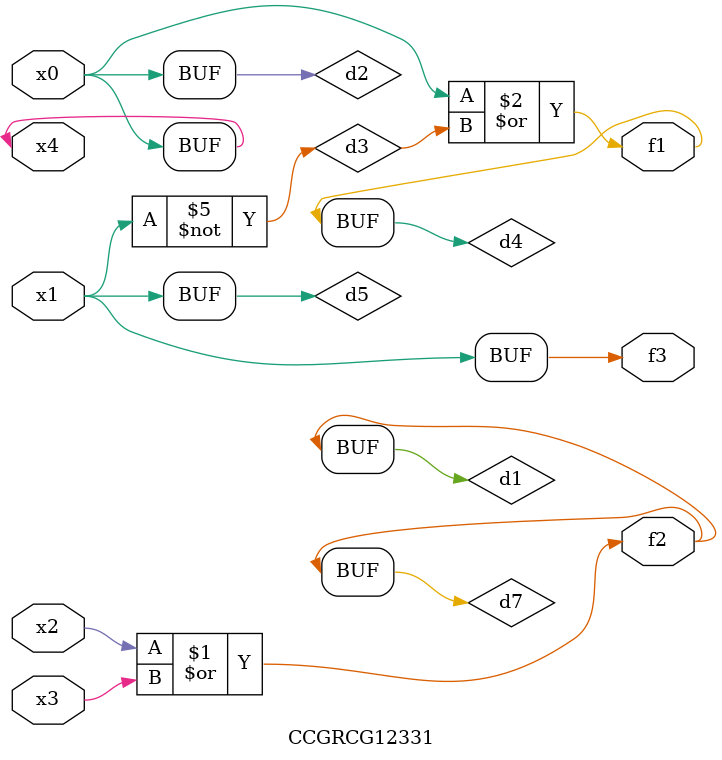
<source format=v>
module CCGRCG12331(
	input x0, x1, x2, x3, x4,
	output f1, f2, f3
);

	wire d1, d2, d3, d4, d5, d6, d7;

	or (d1, x2, x3);
	buf (d2, x0, x4);
	not (d3, x1);
	or (d4, d2, d3);
	not (d5, d3);
	nand (d6, d1, d3);
	or (d7, d1);
	assign f1 = d4;
	assign f2 = d7;
	assign f3 = d5;
endmodule

</source>
